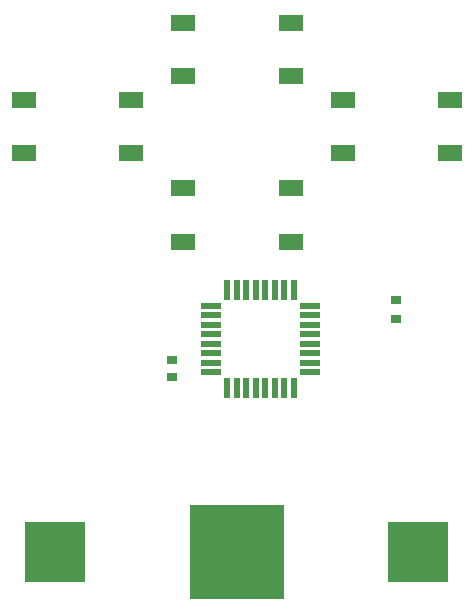
<source format=gtp>
%FSLAX25Y25*%
%MOIN*%
G70*
G01*
G75*
G04 Layer_Color=8421504*
%ADD10R,0.20000X0.20000*%
%ADD11R,0.31200X0.31200*%
%ADD12R,0.03543X0.03150*%
%ADD13R,0.08268X0.05512*%
%ADD14R,0.02165X0.06693*%
%ADD15R,0.06693X0.02165*%
%ADD16C,0.01969*%
%ADD17O,0.07087X0.06299*%
%ADD18O,0.05906X0.07087*%
%ADD19C,0.19685*%
%ADD20C,0.07000*%
%ADD21R,0.07000X0.07000*%
%ADD22C,0.01969*%
%ADD23C,0.01000*%
%ADD24C,0.00500*%
%ADD25C,0.00984*%
%ADD26C,0.02362*%
%ADD27C,0.00787*%
D10*
X-60500Y-88583D02*
D03*
X60500D02*
D03*
D11*
X0D02*
D03*
D12*
X53150Y-4724D02*
D03*
Y-11024D02*
D03*
X-21654Y-24803D02*
D03*
Y-30315D02*
D03*
D13*
X17913Y69882D02*
D03*
X-17913D02*
D03*
X17913Y87598D02*
D03*
X-17913D02*
D03*
X-35236Y44291D02*
D03*
X-71063D02*
D03*
X-35236Y62008D02*
D03*
X-71063D02*
D03*
X71063Y44291D02*
D03*
X35236D02*
D03*
X71063Y62008D02*
D03*
X35236D02*
D03*
X17913Y14764D02*
D03*
X-17913D02*
D03*
X17913Y32480D02*
D03*
X-17913D02*
D03*
D14*
X-3150Y-34055D02*
D03*
X0D02*
D03*
X3150D02*
D03*
X6299D02*
D03*
X9449D02*
D03*
X12598D02*
D03*
X15748D02*
D03*
X18898D02*
D03*
Y-1378D02*
D03*
X15748D02*
D03*
X12598D02*
D03*
X9449D02*
D03*
X6299D02*
D03*
X3150D02*
D03*
X0D02*
D03*
X-3150D02*
D03*
D15*
X24213Y-28740D02*
D03*
Y-25591D02*
D03*
Y-22441D02*
D03*
Y-19291D02*
D03*
Y-16142D02*
D03*
Y-12992D02*
D03*
Y-9843D02*
D03*
Y-6693D02*
D03*
X-8465D02*
D03*
Y-9843D02*
D03*
Y-12992D02*
D03*
Y-16142D02*
D03*
Y-19291D02*
D03*
Y-22441D02*
D03*
Y-25591D02*
D03*
Y-28740D02*
D03*
M02*

</source>
